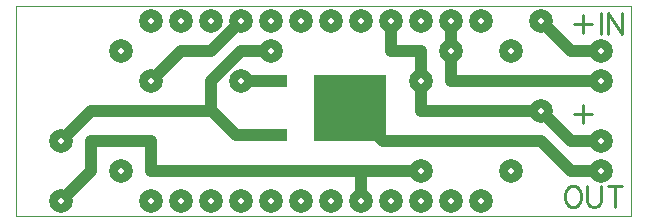
<source format=gbr>
G04 DipTrace 3.2.0.1*
G04 Bottom.gbr*
%MOMM*%
G04 #@! TF.FileFunction,Copper,L2,Bot*
G04 #@! TF.Part,Single*
%ADD21C,0.48567*%
%ADD22C,0.5*%
G04 #@! TA.AperFunction,Conductor*
%ADD13C,1.0*%
%ADD14C,0.1*%
G04 #@! TA.AperFunction,ComponentPad*
%ADD15C,2.0*%
%ADD17R,2.75X1.0*%
%ADD18R,6.15X5.55*%
G04 #@! TA.AperFunction,ComponentPad*
%ADD19C,2.0*%
G04 #@! TA.AperFunction,ViaPad*
%ADD20C,1.016*%
%ADD35C,0.27451*%
%FSLAX35Y35*%
G04*
G71*
G90*
G75*
G01*
G04 Bottom*
%LPD*%
X5953800Y2143800D2*
D13*
X4683800D1*
Y2397800D1*
Y2651800D1*
X3159800Y1687800D2*
X2865587D1*
X2663587Y1889800D1*
X2651800D1*
Y2143800D1*
X2905800Y2397800D1*
X3159800D1*
X1381800Y1635800D2*
X1635800Y1889800D1*
X2651800D1*
X2905800Y2651800D2*
X2651800Y2397800D1*
X2397800D1*
X2143800Y2143800D1*
X5953800Y1381800D2*
X5699800D1*
X5445800Y1635800D1*
X4109800D1*
X3829800Y1915800D1*
X2905800Y2143800D2*
X3159800D1*
X1381800Y1127800D2*
X1635800Y1381800D1*
Y1635800D1*
X2143800D1*
Y1381800D1*
X4429800D1*
X3921800Y1127800D2*
Y1381800D1*
X4429800D1*
Y2143800D2*
Y2397800D1*
X4175800D1*
Y2651800D1*
X5445800Y1889800D2*
X4429800D1*
Y2143800D1*
X5953800Y2397800D2*
X5699800D1*
X5445800Y2651800D1*
X5953800Y1635800D2*
X5699800D1*
X5445800Y1889800D1*
X1000800Y2778800D2*
D14*
Y1000800D1*
X6207800Y2778800D2*
X1000800D1*
X6207800D2*
Y1000800D1*
X1000800D1*
D20*
X4683800Y2397800D3*
D15*
X5191800Y1381800D3*
Y2397800D3*
X1889800Y1381800D3*
Y2397800D3*
X5445800Y2651800D3*
Y1889800D3*
X4683800Y2397800D3*
X3159800D3*
D17*
Y2143800D3*
Y1687800D3*
D18*
X3829800Y1915800D3*
D15*
X2905800Y2143800D3*
D19*
X2143800D3*
D15*
X4429800Y1381800D3*
D19*
Y2143800D3*
X1381800Y1635800D3*
Y1127800D3*
X4937800D3*
X4683800D3*
X4429800D3*
X4175800D3*
X3921800D3*
X3667800D3*
X3413800D3*
X3159800D3*
X2905800D3*
X2651800D3*
X2397800D3*
X2143800D3*
Y2651800D3*
X2397800D3*
X2651800D3*
X2905800D3*
X3159800D3*
X3413800D3*
X3667800D3*
X3921800D3*
X4175800D3*
X4429800D3*
X4683800D3*
X4937800D3*
X5953800Y2397800D3*
Y2143800D3*
Y1635800D3*
Y1381800D3*
X5956570Y2718495D2*
D35*
Y2539841D1*
X6130575Y2718495D2*
Y2539841D1*
X6011472Y2718495D1*
Y2539841D1*
X5697661Y1257995D2*
X5680563Y1249544D1*
X5663660Y1232445D1*
X5655013Y1215543D1*
X5646561Y1189993D1*
Y1147344D1*
X5655013Y1121990D1*
X5663660Y1104891D1*
X5680563Y1087989D1*
X5697661Y1079341D1*
X5731663D1*
X5748565Y1087989D1*
X5765664Y1104891D1*
X5774115Y1121990D1*
X5782566Y1147344D1*
Y1189993D1*
X5774115Y1215543D1*
X5765664Y1232445D1*
X5748565Y1249544D1*
X5731663Y1257995D1*
X5697661D1*
X5837468D2*
Y1130441D1*
X5845919Y1104891D1*
X5863018Y1087989D1*
X5888568Y1079341D1*
X5905470D1*
X5931020Y1087989D1*
X5948119Y1104891D1*
X5956570Y1130441D1*
Y1257995D1*
X6071023D2*
Y1079341D1*
X6011472Y1257995D2*
X6130575D1*
X5799925Y2705622D2*
Y2552518D1*
X5723471Y2628972D2*
X5876575D1*
X5799925Y1943622D2*
Y1790518D1*
X5723471Y1866972D2*
X5876575D1*
G04 Bottom Clear*
%LPC*%
D21*
X4683800Y2397800D3*
D22*
X5191800Y1381800D3*
Y2397800D3*
X1889800Y1381800D3*
Y2397800D3*
X5445800Y2651800D3*
Y1889800D3*
X4683800Y2397800D3*
X3159800D3*
X2905800Y2143800D3*
X2143800D3*
X4429800Y1381800D3*
Y2143800D3*
X1381800Y1635800D3*
Y1127800D3*
X4937800D3*
X4683800D3*
X4429800D3*
X4175800D3*
X3921800D3*
X3667800D3*
X3413800D3*
X3159800D3*
X2905800D3*
X2651800D3*
X2397800D3*
X2143800D3*
Y2651800D3*
X2397800D3*
X2651800D3*
X2905800D3*
X3159800D3*
X3413800D3*
X3667800D3*
X3921800D3*
X4175800D3*
X4429800D3*
X4683800D3*
X4937800D3*
X5953800Y2397800D3*
Y2143800D3*
Y1635800D3*
Y1381800D3*
M02*

</source>
